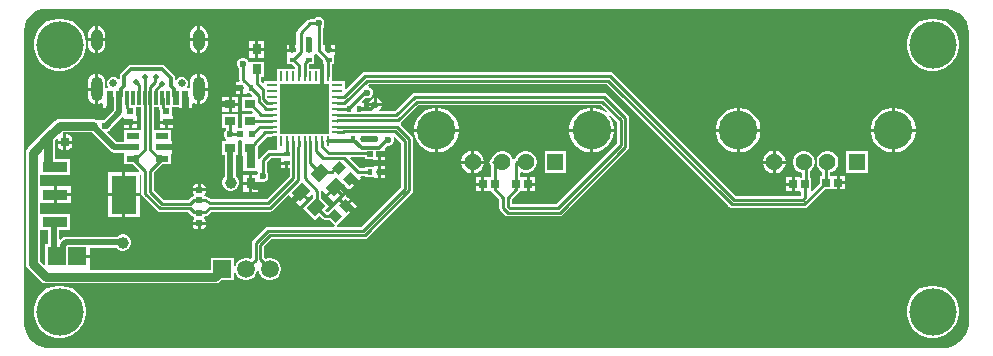
<source format=gtl>
G04*
G04 #@! TF.GenerationSoftware,Altium Limited,Altium Designer,23.5.1 (21)*
G04*
G04 Layer_Physical_Order=1*
G04 Layer_Color=255*
%FSLAX44Y44*%
%MOMM*%
G71*
G04*
G04 #@! TF.SameCoordinates,10AFCB3B-55C8-42C2-B7EA-D5DD10926C34*
G04*
G04*
G04 #@! TF.FilePolarity,Positive*
G04*
G01*
G75*
%ADD13C,0.2540*%
%ADD14R,0.4000X0.5000*%
%ADD15R,0.5153X0.4725*%
%ADD16R,0.6500X0.6500*%
%ADD17R,0.9000X0.2800*%
%ADD18R,0.3000X1.1500*%
%ADD19R,0.6000X1.1500*%
%ADD20R,1.1000X0.6000*%
%ADD21R,0.4750X0.5000*%
%ADD22R,2.1500X0.9500*%
%ADD23R,2.1500X3.2500*%
%ADD24R,1.5781X1.5562*%
G04:AMPARAMS|DCode=25|XSize=0.76mm|YSize=0.6604mm|CornerRadius=0.0825mm|HoleSize=0mm|Usage=FLASHONLY|Rotation=90.000|XOffset=0mm|YOffset=0mm|HoleType=Round|Shape=RoundedRectangle|*
%AMROUNDEDRECTD25*
21,1,0.7600,0.4953,0,0,90.0*
21,1,0.5949,0.6604,0,0,90.0*
1,1,0.1651,0.2477,0.2975*
1,1,0.1651,0.2477,-0.2975*
1,1,0.1651,-0.2477,-0.2975*
1,1,0.1651,-0.2477,0.2975*
%
%ADD25ROUNDEDRECTD25*%
G04:AMPARAMS|DCode=26|XSize=1.3mm|YSize=1.05mm|CornerRadius=0mm|HoleSize=0mm|Usage=FLASHONLY|Rotation=225.000|XOffset=0mm|YOffset=0mm|HoleType=Round|Shape=Rectangle|*
%AMROTATEDRECTD26*
4,1,4,0.0884,0.8309,0.8309,0.0884,-0.0884,-0.8309,-0.8309,-0.0884,0.0884,0.8309,0.0*
%
%ADD26ROTATEDRECTD26*%

%ADD27R,0.5000X0.4000*%
%ADD28R,0.8000X0.9000*%
%ADD29R,3.7000X3.7000*%
%ADD30R,0.2800X0.9000*%
%ADD31R,0.9000X0.8000*%
G04:AMPARAMS|DCode=32|XSize=0.55mm|YSize=0.5mm|CornerRadius=0.0625mm|HoleSize=0mm|Usage=FLASHONLY|Rotation=0.000|XOffset=0mm|YOffset=0mm|HoleType=Round|Shape=RoundedRectangle|*
%AMROUNDEDRECTD32*
21,1,0.5500,0.3750,0,0,0.0*
21,1,0.4250,0.5000,0,0,0.0*
1,1,0.1250,0.2125,-0.1875*
1,1,0.1250,-0.2125,-0.1875*
1,1,0.1250,-0.2125,0.1875*
1,1,0.1250,0.2125,0.1875*
%
%ADD32ROUNDEDRECTD32*%
%ADD33R,0.6000X0.5000*%
G04:AMPARAMS|DCode=34|XSize=0.85mm|YSize=0.75mm|CornerRadius=0mm|HoleSize=0mm|Usage=FLASHONLY|Rotation=315.000|XOffset=0mm|YOffset=0mm|HoleType=Round|Shape=Rectangle|*
%AMROTATEDRECTD34*
4,1,4,-0.5657,0.0354,-0.0354,0.5657,0.5657,-0.0354,0.0354,-0.5657,-0.5657,0.0354,0.0*
%
%ADD34ROTATEDRECTD34*%

%ADD35R,0.5000X0.6000*%
G04:AMPARAMS|DCode=36|XSize=0.85mm|YSize=0.75mm|CornerRadius=0mm|HoleSize=0mm|Usage=FLASHONLY|Rotation=225.000|XOffset=0mm|YOffset=0mm|HoleType=Round|Shape=Rectangle|*
%AMROTATEDRECTD36*
4,1,4,0.0354,0.5657,0.5657,0.0354,-0.0354,-0.5657,-0.5657,-0.0354,0.0354,0.5657,0.0*
%
%ADD36ROTATEDRECTD36*%

%ADD50C,0.6500*%
G04:AMPARAMS|DCode=51|XSize=1mm|YSize=2.1mm|CornerRadius=0.5mm|HoleSize=0mm|Usage=FLASHONLY|Rotation=180.000|XOffset=0mm|YOffset=0mm|HoleType=Round|Shape=RoundedRectangle|*
%AMROUNDEDRECTD51*
21,1,1.0000,1.1000,0,0,180.0*
21,1,0.0000,2.1000,0,0,180.0*
1,1,1.0000,0.0000,0.5500*
1,1,1.0000,0.0000,0.5500*
1,1,1.0000,0.0000,-0.5500*
1,1,1.0000,0.0000,-0.5500*
%
%ADD51ROUNDEDRECTD51*%
G04:AMPARAMS|DCode=52|XSize=1mm|YSize=1.8mm|CornerRadius=0.5mm|HoleSize=0mm|Usage=FLASHONLY|Rotation=180.000|XOffset=0mm|YOffset=0mm|HoleType=Round|Shape=RoundedRectangle|*
%AMROUNDEDRECTD52*
21,1,1.0000,0.8000,0,0,180.0*
21,1,0.0000,1.8000,0,0,180.0*
1,1,1.0000,0.0000,0.4000*
1,1,1.0000,0.0000,0.4000*
1,1,1.0000,0.0000,-0.4000*
1,1,1.0000,0.0000,-0.4000*
%
%ADD52ROUNDEDRECTD52*%
%ADD57C,0.5000*%
%ADD58C,0.3000*%
%ADD59C,0.2794*%
%ADD60C,0.7500*%
%ADD61C,0.6000*%
%ADD62C,0.5080*%
%ADD63C,0.6350*%
%ADD64R,1.4280X1.4280*%
%ADD65C,1.4280*%
%ADD66C,3.2760*%
%ADD67C,1.5000*%
%ADD68R,1.5000X1.5000*%
%ADD69C,4.0000*%
%ADD70C,0.6000*%
%ADD71C,1.0000*%
%ADD72C,0.5000*%
G36*
X974090Y1273810D02*
X976179Y1273770D01*
X980261Y1272876D01*
X984091Y1271204D01*
X987520Y1268816D01*
X990418Y1265805D01*
X992673Y1262287D01*
X994198Y1258396D01*
X994934Y1254283D01*
X994894Y1252194D01*
X994894Y1252194D01*
X994894Y1252194D01*
X994410Y1008380D01*
X994410Y1006254D01*
X993580Y1002082D01*
X991953Y998153D01*
X989590Y994617D01*
X986583Y991610D01*
X983047Y989247D01*
X979118Y987619D01*
X974946Y986790D01*
X972820Y986790D01*
X215900D01*
X213773Y986790D01*
X209602Y987620D01*
X205673Y989247D01*
X202137Y991610D01*
X199130Y994617D01*
X196767Y998153D01*
X195140Y1002082D01*
X194310Y1006254D01*
X194310Y1008380D01*
Y1253490D01*
Y1255491D01*
X195091Y1259417D01*
X196623Y1263115D01*
X198846Y1266443D01*
X201677Y1269273D01*
X205005Y1271497D01*
X208703Y1273029D01*
X212629Y1273810D01*
X214630D01*
X974090Y1273810D01*
D02*
G37*
%LPC*%
G36*
X343672Y1258747D02*
Y1248579D01*
X350007D01*
Y1251309D01*
X349748Y1253278D01*
X348988Y1255112D01*
X347779Y1256687D01*
X346204Y1257895D01*
X344370Y1258655D01*
X343672Y1258747D01*
D02*
G37*
G36*
X257272D02*
Y1248579D01*
X263607D01*
Y1251309D01*
X263348Y1253278D01*
X262588Y1255112D01*
X261379Y1256687D01*
X259804Y1257895D01*
X257970Y1258655D01*
X257272Y1258747D01*
D02*
G37*
G36*
X341132D02*
X340434Y1258655D01*
X338599Y1257895D01*
X337024Y1256687D01*
X335816Y1255112D01*
X335056Y1253278D01*
X334797Y1251309D01*
Y1248579D01*
X341132D01*
Y1258747D01*
D02*
G37*
G36*
X254732D02*
X254034Y1258655D01*
X252199Y1257895D01*
X250624Y1256687D01*
X249416Y1255112D01*
X248656Y1253278D01*
X248397Y1251309D01*
Y1248579D01*
X254732D01*
Y1258747D01*
D02*
G37*
G36*
X398060Y1246360D02*
X392790D01*
Y1240590D01*
X398060D01*
Y1246360D01*
D02*
G37*
G36*
X390250D02*
X384980D01*
Y1240590D01*
X390250D01*
Y1246360D01*
D02*
G37*
G36*
X457520Y1243170D02*
X453750D01*
Y1239900D01*
X457520D01*
Y1243170D01*
D02*
G37*
G36*
X420730D02*
X416960D01*
Y1239900D01*
X420730D01*
Y1243170D01*
D02*
G37*
G36*
X350007Y1246039D02*
X343672D01*
Y1235871D01*
X344370Y1235963D01*
X346204Y1236723D01*
X347779Y1237932D01*
X348988Y1239507D01*
X349748Y1241341D01*
X350007Y1243309D01*
Y1246039D01*
D02*
G37*
G36*
X263607D02*
X257272D01*
Y1235871D01*
X257970Y1235963D01*
X259804Y1236723D01*
X261379Y1237932D01*
X262588Y1239507D01*
X263348Y1241341D01*
X263607Y1243309D01*
Y1246039D01*
D02*
G37*
G36*
X341132D02*
X334797D01*
Y1243309D01*
X335056Y1241341D01*
X335816Y1239507D01*
X337024Y1237932D01*
X338599Y1236723D01*
X340434Y1235963D01*
X341132Y1235871D01*
Y1246039D01*
D02*
G37*
G36*
X254732D02*
X248397D01*
Y1243309D01*
X248656Y1241341D01*
X249416Y1239507D01*
X250624Y1237932D01*
X252199Y1236723D01*
X254034Y1235963D01*
X254732Y1235871D01*
Y1246039D01*
D02*
G37*
G36*
X398060Y1238050D02*
X392790D01*
Y1232280D01*
X398060D01*
Y1238050D01*
D02*
G37*
G36*
X390250D02*
X384980D01*
Y1232280D01*
X390250D01*
Y1238050D01*
D02*
G37*
G36*
X966097Y1265330D02*
X961763D01*
X957513Y1264484D01*
X953509Y1262826D01*
X949906Y1260418D01*
X946842Y1257354D01*
X944434Y1253751D01*
X942775Y1249747D01*
X941930Y1245497D01*
Y1241163D01*
X942775Y1236913D01*
X944434Y1232909D01*
X946842Y1229306D01*
X949906Y1226242D01*
X953509Y1223834D01*
X957513Y1222176D01*
X961763Y1221330D01*
X966097D01*
X970347Y1222176D01*
X974351Y1223834D01*
X977954Y1226242D01*
X981019Y1229306D01*
X983426Y1232909D01*
X985085Y1236913D01*
X985930Y1241163D01*
Y1245497D01*
X985085Y1249747D01*
X983426Y1253751D01*
X981019Y1257354D01*
X977954Y1260418D01*
X974351Y1262826D01*
X970347Y1264484D01*
X966097Y1265330D01*
D02*
G37*
G36*
X226957D02*
X222623D01*
X218373Y1264484D01*
X214369Y1262826D01*
X210766Y1260418D01*
X207701Y1257354D01*
X205294Y1253751D01*
X203636Y1249747D01*
X202790Y1245497D01*
Y1241163D01*
X203636Y1236913D01*
X205294Y1232909D01*
X207701Y1229306D01*
X210766Y1226242D01*
X214369Y1223834D01*
X218373Y1222176D01*
X222623Y1221330D01*
X226957D01*
X231207Y1222176D01*
X235211Y1223834D01*
X238814Y1226242D01*
X241879Y1229306D01*
X244286Y1232909D01*
X245944Y1236913D01*
X246790Y1241163D01*
Y1245497D01*
X245944Y1249747D01*
X244286Y1253751D01*
X241879Y1257354D01*
X238814Y1260418D01*
X235211Y1262826D01*
X231207Y1264484D01*
X226957Y1265330D01*
D02*
G37*
G36*
X445025Y1266220D02*
X443035D01*
X441198Y1265459D01*
X440423Y1264684D01*
X436956D01*
X435631Y1264420D01*
X434507Y1263669D01*
X426333Y1255495D01*
X425582Y1254371D01*
X425318Y1253046D01*
Y1243170D01*
X423270D01*
Y1238630D01*
X422000D01*
Y1237360D01*
X416960D01*
Y1234090D01*
X417500D01*
Y1226630D01*
X421602D01*
X423697Y1224535D01*
Y1222910D01*
X408760D01*
Y1212310D01*
X398160D01*
Y1210558D01*
X396987Y1210072D01*
X394854Y1212205D01*
Y1215820D01*
X397520D01*
Y1228820D01*
X385520D01*
X384501Y1229426D01*
X384329Y1229842D01*
X382922Y1231249D01*
X381085Y1232010D01*
X379095D01*
X377258Y1231249D01*
X375851Y1229842D01*
X375090Y1228005D01*
Y1226015D01*
X375851Y1224178D01*
X376975Y1223054D01*
Y1213511D01*
X377076Y1213000D01*
X376155Y1211730D01*
X374090D01*
Y1207960D01*
X378630D01*
Y1206690D01*
X379900D01*
Y1201650D01*
X383170D01*
Y1202190D01*
X385732D01*
X388028Y1199893D01*
X387542Y1198720D01*
X379550D01*
Y1186720D01*
X387769D01*
X388439Y1185898D01*
X387943Y1184750D01*
X379550D01*
X379550Y1172750D01*
X378458Y1172320D01*
X376642D01*
X375550Y1172750D01*
Y1184750D01*
X362550D01*
Y1172750D01*
X365326D01*
Y1171057D01*
X364421Y1170152D01*
X363660Y1168315D01*
Y1166326D01*
X364421Y1164488D01*
X365749Y1163160D01*
X365715Y1162779D01*
X365385Y1161890D01*
X362550D01*
Y1149890D01*
X364722D01*
Y1131541D01*
X363969Y1130788D01*
X363047Y1129192D01*
X362570Y1127412D01*
Y1125568D01*
X363047Y1123788D01*
X363969Y1122192D01*
X365272Y1120889D01*
X366868Y1119967D01*
X368648Y1119490D01*
X370492D01*
X372272Y1119967D01*
X373868Y1120889D01*
X375171Y1122192D01*
X376093Y1123788D01*
X376570Y1125568D01*
Y1127412D01*
X376093Y1129192D01*
X375171Y1130788D01*
X373898Y1132061D01*
Y1149890D01*
X375550D01*
X375550Y1161890D01*
X376642Y1162320D01*
X378458D01*
X379550Y1161890D01*
X379550Y1161050D01*
Y1149890D01*
X379550D01*
X380440Y1149300D01*
Y1136300D01*
X392273D01*
X393053Y1135284D01*
X392361Y1134592D01*
X391635Y1132840D01*
X387710D01*
Y1127070D01*
X393775D01*
X394250Y1127321D01*
X395605Y1126760D01*
X397595D01*
X399432Y1127521D01*
X400839Y1128928D01*
X401600Y1130766D01*
Y1132755D01*
X400839Y1134592D01*
X399934Y1135497D01*
Y1143769D01*
X403831Y1147666D01*
X410662D01*
X411880Y1147540D01*
Y1144270D01*
X416920D01*
Y1143000D01*
X418190D01*
Y1138460D01*
X419410D01*
Y1131515D01*
X400219Y1112324D01*
X353035D01*
X349791Y1114374D01*
X349524Y1114476D01*
X349286Y1114635D01*
X348922Y1114707D01*
X348576Y1114840D01*
X348291Y1114833D01*
X348181Y1114855D01*
X347830Y1115221D01*
X347344Y1116116D01*
X347508Y1116531D01*
X348119Y1117445D01*
X348364Y1118680D01*
Y1119285D01*
X343012D01*
X337660D01*
Y1118680D01*
X337906Y1117445D01*
X338517Y1116531D01*
X338681Y1116116D01*
X338437Y1115573D01*
X337863Y1114836D01*
X337486Y1114761D01*
X336854Y1114635D01*
X336853Y1114634D01*
X336852Y1114634D01*
X336304Y1114268D01*
X335773Y1113912D01*
X335772Y1113912D01*
X335771Y1113911D01*
X333528Y1111665D01*
X312911D01*
X304441Y1120134D01*
Y1134698D01*
X311336Y1141803D01*
X319041D01*
Y1150763D01*
X319581D01*
Y1155033D01*
X311541D01*
Y1157573D01*
X319581D01*
Y1161843D01*
X319041D01*
Y1170803D01*
X305036D01*
Y1190309D01*
X308598D01*
Y1189898D01*
X308852Y1188622D01*
X309574Y1187541D01*
X309960Y1187155D01*
X309960Y1183456D01*
X309420Y1182410D01*
X309420Y1181824D01*
Y1178640D01*
X320500D01*
Y1182410D01*
X319960Y1183456D01*
X319960Y1190309D01*
X325662D01*
Y1189769D01*
X329932D01*
Y1198059D01*
X332472D01*
Y1189769D01*
X336742D01*
Y1193248D01*
X338012Y1193874D01*
X338599Y1193423D01*
X340434Y1192663D01*
X341132Y1192571D01*
Y1205509D01*
Y1218447D01*
X340434Y1218355D01*
X338599Y1217595D01*
X337024Y1216387D01*
X335816Y1214812D01*
X335056Y1212978D01*
X334797Y1211009D01*
Y1206349D01*
X333026D01*
X332540Y1207523D01*
X332552Y1207535D01*
X333352Y1209465D01*
Y1211553D01*
X332552Y1213483D01*
X331076Y1214960D01*
X329146Y1215759D01*
X327057D01*
X325128Y1214960D01*
X323651Y1213483D01*
X323609Y1213381D01*
X322339Y1213633D01*
Y1215390D01*
X322067Y1216756D01*
X321293Y1217913D01*
X314153Y1225054D01*
X312995Y1225828D01*
X311629Y1226099D01*
X285271D01*
X283905Y1225828D01*
X282747Y1225054D01*
X276740Y1219047D01*
X275966Y1217889D01*
X275695Y1216523D01*
Y1214275D01*
X274425Y1213811D01*
X273276Y1214960D01*
X271346Y1215759D01*
X269258D01*
X267328Y1214960D01*
X265851Y1213483D01*
X265052Y1211553D01*
Y1209465D01*
X265851Y1207535D01*
X265864Y1207523D01*
X265378Y1206349D01*
X263607D01*
Y1211009D01*
X263348Y1212978D01*
X262588Y1214812D01*
X261379Y1216387D01*
X259804Y1217595D01*
X257970Y1218355D01*
X257272Y1218447D01*
Y1205509D01*
Y1192571D01*
X257970Y1192663D01*
X259804Y1193423D01*
X260392Y1193874D01*
X261662Y1193248D01*
Y1189769D01*
X265932D01*
Y1198059D01*
X268472D01*
Y1189769D01*
X270614D01*
Y1187692D01*
X262171Y1179250D01*
X258560D01*
Y1179250D01*
X257290Y1179116D01*
X257060Y1179250D01*
Y1179250D01*
X255900Y1179517D01*
X254928Y1180166D01*
X252685Y1180613D01*
X224790D01*
X222547Y1180166D01*
X220644Y1178895D01*
X211105Y1169355D01*
X211105Y1169355D01*
X197785Y1156036D01*
X196514Y1154134D01*
X196067Y1151890D01*
Y1057910D01*
X196514Y1055667D01*
X197785Y1053764D01*
X208825Y1042723D01*
X210728Y1041453D01*
X212971Y1041006D01*
X356199D01*
X358442Y1041453D01*
X360344Y1042723D01*
X361381Y1043760D01*
X372090D01*
Y1050835D01*
X373360Y1051002D01*
X373737Y1049593D01*
X374988Y1047427D01*
X376757Y1045658D01*
X378923Y1044408D01*
X381339Y1043760D01*
X383841D01*
X386257Y1044408D01*
X388423Y1045658D01*
X390192Y1047427D01*
X391442Y1049593D01*
X391933Y1051422D01*
X393247D01*
X393737Y1049593D01*
X394988Y1047427D01*
X396757Y1045658D01*
X398923Y1044408D01*
X401339Y1043760D01*
X403841D01*
X406257Y1044408D01*
X408423Y1045658D01*
X410192Y1047427D01*
X411443Y1049593D01*
X412090Y1052009D01*
Y1054511D01*
X411443Y1056927D01*
X410192Y1059093D01*
X408423Y1060862D01*
X406257Y1062113D01*
X403841Y1062760D01*
X401339D01*
X398923Y1062113D01*
X398805Y1062044D01*
X397779Y1063070D01*
Y1072514D01*
X403971Y1078706D01*
X482908D01*
X484184Y1078960D01*
X485266Y1079682D01*
X523058Y1117474D01*
X523780Y1118556D01*
X524034Y1119832D01*
Y1163320D01*
X523780Y1164596D01*
X523058Y1165678D01*
X513383Y1175352D01*
X513568Y1176964D01*
X513843Y1177148D01*
X528431Y1191736D01*
X682841D01*
X687801Y1186776D01*
X686991Y1185790D01*
X684122Y1187707D01*
X680679Y1189133D01*
X677023Y1189860D01*
X676430D01*
Y1172210D01*
X694080D01*
Y1172803D01*
X693353Y1176459D01*
X691927Y1179902D01*
X690010Y1182771D01*
X690996Y1183581D01*
X696436Y1178141D01*
Y1159621D01*
X645049Y1108234D01*
X607461D01*
Y1111982D01*
X613792Y1118312D01*
X614429Y1119267D01*
X615644Y1119400D01*
X615644Y1119400D01*
X615644Y1119400D01*
X620164D01*
Y1125190D01*
Y1130980D01*
X615644D01*
X614768Y1131887D01*
Y1134725D01*
X615699Y1135262D01*
X616038Y1135294D01*
X618257Y1134700D01*
X620663D01*
X622988Y1135323D01*
X625072Y1136526D01*
X626774Y1138228D01*
X627977Y1140312D01*
X628600Y1142637D01*
Y1145043D01*
X627977Y1147368D01*
X626774Y1149452D01*
X625072Y1151154D01*
X622988Y1152357D01*
X620663Y1152980D01*
X618257D01*
X615932Y1152357D01*
X613848Y1151154D01*
X612146Y1149452D01*
X610943Y1147368D01*
X610830Y1146945D01*
X610704Y1146920D01*
X609622Y1146198D01*
X609609Y1146184D01*
X608193Y1146564D01*
X607977Y1147368D01*
X606774Y1149452D01*
X605072Y1151154D01*
X602988Y1152357D01*
X600663Y1152980D01*
X598257D01*
X595932Y1152357D01*
X593848Y1151154D01*
X592146Y1149452D01*
X590943Y1147368D01*
X590830Y1146945D01*
X590704Y1146920D01*
X589622Y1146198D01*
X588900Y1145116D01*
X588646Y1143840D01*
X588900Y1142564D01*
X589622Y1141482D01*
X589676Y1141429D01*
Y1131917D01*
X588800Y1131010D01*
X584280D01*
Y1125220D01*
Y1119430D01*
X588800D01*
X588800Y1119430D01*
X590015Y1119297D01*
X590653Y1118343D01*
X596983Y1112012D01*
Y1104810D01*
X597237Y1103534D01*
X597960Y1102452D01*
X601679Y1098733D01*
X602761Y1098010D01*
X604037Y1097756D01*
X648008D01*
X649284Y1098010D01*
X650366Y1098733D01*
X705938Y1154304D01*
X706660Y1155386D01*
X706914Y1156662D01*
Y1181100D01*
X706660Y1182376D01*
X705938Y1183458D01*
X688158Y1201237D01*
X687076Y1201960D01*
X685800Y1202214D01*
X525472D01*
X524196Y1201960D01*
X523114Y1201238D01*
X508526Y1186649D01*
X495778D01*
X495443Y1187513D01*
X495404Y1187919D01*
X496877Y1189392D01*
X497650Y1191260D01*
X486710D01*
X487483Y1189392D01*
X488956Y1187919D01*
X488917Y1187513D01*
X488582Y1186649D01*
X482610D01*
Y1187640D01*
X478070D01*
Y1190180D01*
X482610D01*
Y1193950D01*
X481167D01*
X480681Y1195123D01*
X483511Y1197953D01*
X484145Y1197690D01*
X486135D01*
X487972Y1198451D01*
X489379Y1199858D01*
X490140Y1201695D01*
Y1203685D01*
X489379Y1205522D01*
X487972Y1206929D01*
X486503Y1207537D01*
X486128Y1208636D01*
X486125Y1208960D01*
X486557Y1209516D01*
X687921D01*
X791719Y1105717D01*
X792801Y1104995D01*
X794077Y1104741D01*
X855425D01*
X856701Y1104995D01*
X857783Y1105717D01*
X873305Y1121240D01*
X878050D01*
Y1120700D01*
X882570D01*
Y1126490D01*
Y1132280D01*
X878050D01*
X877174Y1133187D01*
Y1134995D01*
X878398Y1135323D01*
X880482Y1136526D01*
X882184Y1138228D01*
X883387Y1140312D01*
X884010Y1142637D01*
Y1145043D01*
X883387Y1147368D01*
X882184Y1149452D01*
X880482Y1151154D01*
X878398Y1152357D01*
X876073Y1152980D01*
X873667D01*
X871342Y1152357D01*
X869258Y1151154D01*
X867556Y1149452D01*
X866353Y1147368D01*
X865730Y1145043D01*
Y1142637D01*
X866353Y1140312D01*
X867556Y1138228D01*
X869258Y1136526D01*
X870506Y1135806D01*
Y1131740D01*
X868590D01*
Y1125955D01*
X862395Y1119761D01*
X862184Y1119715D01*
X861150Y1120311D01*
X861150Y1121099D01*
Y1130470D01*
X859924D01*
Y1136204D01*
X860482Y1136526D01*
X862184Y1138228D01*
X863387Y1140312D01*
X864010Y1142637D01*
Y1145043D01*
X863387Y1147368D01*
X862184Y1149452D01*
X860482Y1151154D01*
X858398Y1152357D01*
X856073Y1152980D01*
X853667D01*
X851342Y1152357D01*
X849258Y1151154D01*
X847556Y1149452D01*
X846353Y1147368D01*
X845730Y1145043D01*
Y1142637D01*
X846353Y1140312D01*
X847556Y1138228D01*
X849258Y1136526D01*
X851342Y1135323D01*
X853256Y1134810D01*
Y1130470D01*
X851690D01*
Y1131010D01*
X847170D01*
Y1125220D01*
Y1119430D01*
X851690D01*
X852566Y1118523D01*
Y1115319D01*
X852466Y1115219D01*
X797036D01*
X693238Y1219017D01*
X692156Y1219740D01*
X690880Y1219994D01*
X483244D01*
X481968Y1219740D01*
X480886Y1219017D01*
X467430Y1205561D01*
X466160Y1206087D01*
Y1212310D01*
X455560D01*
Y1216090D01*
X455624Y1216410D01*
Y1226630D01*
X456980D01*
Y1234090D01*
X457520D01*
Y1237360D01*
X452480D01*
Y1238630D01*
X451210D01*
Y1243170D01*
X447494D01*
Y1257613D01*
X448269Y1258388D01*
X449030Y1260225D01*
Y1262215D01*
X448269Y1264052D01*
X446862Y1265459D01*
X445025Y1266220D01*
D02*
G37*
G36*
X343672Y1218447D02*
Y1206779D01*
X350007D01*
Y1211009D01*
X349748Y1212978D01*
X348988Y1214812D01*
X347779Y1216387D01*
X346204Y1217595D01*
X344370Y1218355D01*
X343672Y1218447D01*
D02*
G37*
G36*
X254732D02*
X254034Y1218355D01*
X252199Y1217595D01*
X250624Y1216387D01*
X249416Y1214812D01*
X248656Y1212978D01*
X248397Y1211009D01*
Y1206779D01*
X254732D01*
Y1218447D01*
D02*
G37*
G36*
X377360Y1205420D02*
X374090D01*
Y1201650D01*
X377360D01*
Y1205420D01*
D02*
G37*
G36*
X376090Y1199260D02*
X370320D01*
Y1193990D01*
X376090D01*
Y1199260D01*
D02*
G37*
G36*
X367780D02*
X362010D01*
Y1193990D01*
X367780D01*
Y1199260D01*
D02*
G37*
G36*
X493450Y1198000D02*
Y1193800D01*
X497650D01*
X496877Y1195668D01*
X495318Y1197227D01*
X493450Y1198000D01*
D02*
G37*
G36*
X490910D02*
X489042Y1197227D01*
X487483Y1195668D01*
X486710Y1193800D01*
X490910D01*
Y1198000D01*
D02*
G37*
G36*
X350007Y1204239D02*
X343672D01*
Y1192571D01*
X344370Y1192663D01*
X346204Y1193423D01*
X347779Y1194632D01*
X348988Y1196207D01*
X349748Y1198041D01*
X350007Y1200009D01*
Y1204239D01*
D02*
G37*
G36*
X254732D02*
X248397D01*
Y1200009D01*
X248656Y1198041D01*
X249416Y1196207D01*
X250624Y1194632D01*
X252199Y1193423D01*
X254034Y1192663D01*
X254732Y1192571D01*
Y1204239D01*
D02*
G37*
G36*
X376090Y1191450D02*
X370320D01*
Y1186180D01*
X376090D01*
Y1191450D01*
D02*
G37*
G36*
X367780D02*
X362010D01*
Y1186180D01*
X367780D01*
Y1191450D01*
D02*
G37*
G36*
X320500Y1176100D02*
X316230D01*
Y1172330D01*
X320500D01*
Y1176100D01*
D02*
G37*
G36*
X313690D02*
X309420D01*
Y1172330D01*
X313690D01*
Y1176100D01*
D02*
G37*
G36*
X932433Y1189860D02*
X931840D01*
Y1172210D01*
X949490D01*
Y1172803D01*
X948763Y1176459D01*
X947337Y1179902D01*
X945266Y1183001D01*
X942631Y1185636D01*
X939532Y1187707D01*
X936089Y1189133D01*
X932433Y1189860D01*
D02*
G37*
G36*
X801033D02*
X800440D01*
Y1172210D01*
X818090D01*
Y1172803D01*
X817363Y1176459D01*
X815937Y1179902D01*
X813866Y1183001D01*
X811231Y1185636D01*
X808132Y1187707D01*
X804689Y1189133D01*
X801033Y1189860D01*
D02*
G37*
G36*
X545623D02*
X545030D01*
Y1172210D01*
X562680D01*
Y1172803D01*
X561953Y1176459D01*
X560527Y1179902D01*
X558456Y1183001D01*
X555821Y1185636D01*
X552722Y1187707D01*
X549279Y1189133D01*
X545623Y1189860D01*
D02*
G37*
G36*
X797900D02*
X797307D01*
X793651Y1189133D01*
X790208Y1187707D01*
X787109Y1185636D01*
X784474Y1183001D01*
X782403Y1179902D01*
X780977Y1176459D01*
X780250Y1172803D01*
Y1172210D01*
X797900D01*
Y1189860D01*
D02*
G37*
G36*
X673890D02*
X673297D01*
X669641Y1189133D01*
X666198Y1187707D01*
X663099Y1185636D01*
X660464Y1183001D01*
X658393Y1179902D01*
X656967Y1176459D01*
X656240Y1172803D01*
Y1172210D01*
X673890D01*
Y1189860D01*
D02*
G37*
G36*
X542490D02*
X541897D01*
X538241Y1189133D01*
X534798Y1187707D01*
X531699Y1185636D01*
X529064Y1183001D01*
X526993Y1179902D01*
X525567Y1176459D01*
X524840Y1172803D01*
Y1172210D01*
X542490D01*
Y1189860D01*
D02*
G37*
G36*
X929300D02*
X928707D01*
X925051Y1189133D01*
X921608Y1187707D01*
X918509Y1185636D01*
X915874Y1183001D01*
X913803Y1179902D01*
X912377Y1176459D01*
X911650Y1172803D01*
Y1172210D01*
X929300D01*
Y1189860D01*
D02*
G37*
G36*
X949490Y1169670D02*
X931840D01*
Y1152020D01*
X932433D01*
X936089Y1152747D01*
X939532Y1154173D01*
X942631Y1156244D01*
X945266Y1158879D01*
X947337Y1161978D01*
X948763Y1165421D01*
X949490Y1169077D01*
Y1169670D01*
D02*
G37*
G36*
X929300D02*
X911650D01*
Y1169077D01*
X912377Y1165421D01*
X913803Y1161978D01*
X915874Y1158879D01*
X918509Y1156244D01*
X921608Y1154173D01*
X925051Y1152747D01*
X928707Y1152020D01*
X929300D01*
Y1169670D01*
D02*
G37*
G36*
X818090D02*
X800440D01*
Y1152020D01*
X801033D01*
X804689Y1152747D01*
X808132Y1154173D01*
X811231Y1156244D01*
X813866Y1158879D01*
X815937Y1161978D01*
X817363Y1165421D01*
X818090Y1169077D01*
Y1169670D01*
D02*
G37*
G36*
X797900D02*
X780250D01*
Y1169077D01*
X780977Y1165421D01*
X782403Y1161978D01*
X784474Y1158879D01*
X787109Y1156244D01*
X790208Y1154173D01*
X793651Y1152747D01*
X797307Y1152020D01*
X797900D01*
Y1169670D01*
D02*
G37*
G36*
X694080D02*
X676430D01*
Y1152020D01*
X677023D01*
X680679Y1152747D01*
X684122Y1154173D01*
X687221Y1156244D01*
X689856Y1158879D01*
X691927Y1161978D01*
X693353Y1165421D01*
X694080Y1169077D01*
Y1169670D01*
D02*
G37*
G36*
X673890D02*
X656240D01*
Y1169077D01*
X656967Y1165421D01*
X658393Y1161978D01*
X660464Y1158879D01*
X663099Y1156244D01*
X666198Y1154173D01*
X669641Y1152747D01*
X673297Y1152020D01*
X673890D01*
Y1169670D01*
D02*
G37*
G36*
X562680D02*
X545030D01*
Y1152020D01*
X545623D01*
X549279Y1152747D01*
X552722Y1154173D01*
X555821Y1156244D01*
X558456Y1158879D01*
X560527Y1161978D01*
X561953Y1165421D01*
X562680Y1169077D01*
Y1169670D01*
D02*
G37*
G36*
X542490D02*
X524840D01*
Y1169077D01*
X525567Y1165421D01*
X526993Y1161978D01*
X529064Y1158879D01*
X531699Y1156244D01*
X534798Y1154173D01*
X538241Y1152747D01*
X541897Y1152020D01*
X542490D01*
Y1169670D01*
D02*
G37*
G36*
X831144Y1153520D02*
X831140D01*
Y1145110D01*
X839550D01*
Y1145114D01*
X838890Y1147576D01*
X837616Y1149784D01*
X835814Y1151586D01*
X833606Y1152860D01*
X831144Y1153520D01*
D02*
G37*
G36*
X575734D02*
X575730D01*
Y1145110D01*
X584140D01*
Y1145114D01*
X583480Y1147576D01*
X582206Y1149784D01*
X580404Y1151586D01*
X578196Y1152860D01*
X575734Y1153520D01*
D02*
G37*
G36*
X828600D02*
X828596D01*
X826134Y1152860D01*
X823926Y1151586D01*
X822124Y1149784D01*
X820850Y1147576D01*
X820190Y1145114D01*
Y1145110D01*
X828600D01*
Y1153520D01*
D02*
G37*
G36*
X573190D02*
X573186D01*
X570724Y1152860D01*
X568516Y1151586D01*
X566714Y1149784D01*
X565440Y1147576D01*
X564780Y1145114D01*
Y1145110D01*
X573190D01*
Y1153520D01*
D02*
G37*
G36*
X415650Y1141730D02*
X411880D01*
Y1138460D01*
X415650D01*
Y1141730D01*
D02*
G37*
G36*
X909010Y1152980D02*
X890730D01*
Y1134700D01*
X909010D01*
Y1152980D01*
D02*
G37*
G36*
X653600D02*
X635320D01*
Y1134700D01*
X653600D01*
Y1152980D01*
D02*
G37*
G36*
X839550Y1142570D02*
X831140D01*
Y1134160D01*
X831144D01*
X833606Y1134820D01*
X835814Y1136094D01*
X837616Y1137896D01*
X838890Y1140104D01*
X839550Y1142566D01*
Y1142570D01*
D02*
G37*
G36*
X828600D02*
X820190D01*
Y1142566D01*
X820850Y1140104D01*
X822124Y1137896D01*
X823926Y1136094D01*
X826134Y1134820D01*
X828596Y1134160D01*
X828600D01*
Y1142570D01*
D02*
G37*
G36*
X584140D02*
X575730D01*
Y1134160D01*
X575734D01*
X578196Y1134820D01*
X580404Y1136094D01*
X582206Y1137896D01*
X583480Y1140104D01*
X584140Y1142566D01*
Y1142570D01*
D02*
G37*
G36*
X573190D02*
X564780D01*
Y1142566D01*
X565440Y1140104D01*
X566714Y1137896D01*
X568516Y1136094D01*
X570724Y1134820D01*
X573186Y1134160D01*
X573190D01*
Y1142570D01*
D02*
G37*
G36*
X885110Y1132280D02*
Y1127760D01*
X889630D01*
Y1132280D01*
X885110D01*
D02*
G37*
G36*
X385170Y1132840D02*
X379900D01*
Y1127070D01*
X385170D01*
Y1132840D01*
D02*
G37*
G36*
X844630Y1131010D02*
X840110D01*
Y1126490D01*
X844630D01*
Y1131010D01*
D02*
G37*
G36*
X581740D02*
X577220D01*
Y1126490D01*
X581740D01*
Y1131010D01*
D02*
G37*
G36*
X622704Y1130980D02*
Y1126460D01*
X627224D01*
Y1130980D01*
X622704D01*
D02*
G37*
G36*
X345137Y1125657D02*
X344282D01*
Y1121825D01*
X348364D01*
Y1122430D01*
X348119Y1123665D01*
X347419Y1124712D01*
X346372Y1125411D01*
X345137Y1125657D01*
D02*
G37*
G36*
X341742D02*
X340887D01*
X339652Y1125411D01*
X338606Y1124712D01*
X337906Y1123665D01*
X337660Y1122430D01*
Y1121825D01*
X341742D01*
Y1125657D01*
D02*
G37*
G36*
X889630Y1125220D02*
X885110D01*
Y1120700D01*
X889630D01*
Y1125220D01*
D02*
G37*
G36*
X581740Y1123950D02*
X577220D01*
Y1119430D01*
X581740D01*
Y1123950D01*
D02*
G37*
G36*
X844630D02*
X840110D01*
Y1119430D01*
X844630D01*
Y1123950D01*
D02*
G37*
G36*
X627224Y1123920D02*
X622704D01*
Y1119400D01*
X627224D01*
Y1123920D01*
D02*
G37*
G36*
X392980Y1124530D02*
X387710D01*
Y1118760D01*
X392980D01*
Y1124530D01*
D02*
G37*
G36*
X385170D02*
X379900D01*
Y1118760D01*
X385170D01*
Y1124530D01*
D02*
G37*
G36*
X966097Y1039270D02*
X961763D01*
X957513Y1038425D01*
X953509Y1036766D01*
X949906Y1034359D01*
X946842Y1031294D01*
X944434Y1027691D01*
X942775Y1023687D01*
X941930Y1019437D01*
Y1015103D01*
X942775Y1010853D01*
X944434Y1006849D01*
X946842Y1003246D01*
X949906Y1000182D01*
X953509Y997774D01*
X957513Y996115D01*
X961763Y995270D01*
X966097D01*
X970347Y996115D01*
X974351Y997774D01*
X977954Y1000182D01*
X981019Y1003246D01*
X983426Y1006849D01*
X985085Y1010853D01*
X985930Y1015103D01*
Y1019437D01*
X985085Y1023687D01*
X983426Y1027691D01*
X981019Y1031294D01*
X977954Y1034359D01*
X974351Y1036766D01*
X970347Y1038425D01*
X966097Y1039270D01*
D02*
G37*
G36*
X226957D02*
X222623D01*
X218373Y1038425D01*
X214369Y1036766D01*
X210766Y1034359D01*
X207701Y1031294D01*
X205294Y1027691D01*
X203636Y1023687D01*
X202790Y1019437D01*
Y1015103D01*
X203636Y1010853D01*
X205294Y1006849D01*
X207701Y1003246D01*
X210766Y1000182D01*
X214369Y997774D01*
X218373Y996115D01*
X222623Y995270D01*
X226957D01*
X231207Y996115D01*
X235211Y997774D01*
X238814Y1000182D01*
X241879Y1003246D01*
X244286Y1006849D01*
X245944Y1010853D01*
X246790Y1015103D01*
Y1019437D01*
X245944Y1023687D01*
X244286Y1027691D01*
X241879Y1031294D01*
X238814Y1034359D01*
X235211Y1036766D01*
X231207Y1038425D01*
X226957Y1039270D01*
D02*
G37*
%LPD*%
G36*
X293368Y1170803D02*
X279041D01*
Y1160891D01*
X273033D01*
X264944Y1168980D01*
X265470Y1170250D01*
X267310D01*
Y1171443D01*
X267404Y1171506D01*
X277670Y1181771D01*
X278940Y1181245D01*
Y1178640D01*
X290020D01*
Y1182410D01*
X289480Y1183456D01*
X289480Y1190309D01*
X293368D01*
Y1170803D01*
D02*
G37*
G36*
X447980Y1229732D02*
Y1226630D01*
X448697D01*
Y1216410D01*
X448760Y1216090D01*
Y1209910D01*
X453160D01*
Y1200510D01*
Y1190510D01*
Y1180510D01*
Y1167910D01*
X411160D01*
Y1180510D01*
Y1190510D01*
Y1200510D01*
Y1209910D01*
X445560D01*
Y1222910D01*
X435494D01*
Y1225939D01*
X436185Y1226630D01*
X440470D01*
Y1234090D01*
X441010D01*
Y1234906D01*
X442280Y1235432D01*
X447980Y1229732D01*
D02*
G37*
G36*
X267888Y1153058D02*
X269377Y1152064D01*
X271132Y1151714D01*
X279041D01*
Y1141803D01*
X286826D01*
X292238Y1136390D01*
X291712Y1135120D01*
X291588Y1135120D01*
X291588Y1135120D01*
X291528Y1135120D01*
X280460D01*
Y1117600D01*
X292480D01*
Y1133055D01*
X293750Y1133734D01*
X293963Y1133592D01*
Y1117175D01*
X294217Y1115899D01*
X294939Y1114818D01*
X307594Y1102163D01*
X308675Y1101440D01*
X309951Y1101186D01*
X333529D01*
X335776Y1098939D01*
X336858Y1098216D01*
X338092Y1097970D01*
X338295Y1097707D01*
X338833Y1096854D01*
X338485Y1095974D01*
X337874Y1095060D01*
X337628Y1093825D01*
Y1093220D01*
X348332D01*
Y1093825D01*
X348086Y1095060D01*
X347475Y1095974D01*
X347236Y1096579D01*
X347991Y1097759D01*
X348043Y1097789D01*
X349282Y1098036D01*
X350364Y1098758D01*
X353451Y1101846D01*
X403178D01*
X404454Y1102100D01*
X405536Y1102822D01*
X418793Y1116079D01*
X421981Y1112891D01*
X428373Y1119284D01*
X429271Y1118385D01*
X430169Y1119284D01*
X435677Y1113775D01*
X437892Y1115990D01*
X439066Y1115504D01*
Y1113684D01*
X430508Y1105127D01*
X440762Y1094874D01*
X444323Y1098436D01*
X446723Y1096035D01*
X447847Y1095284D01*
X449172Y1095021D01*
X453199D01*
X457765Y1090454D01*
X457239Y1089184D01*
X401012D01*
X399736Y1088930D01*
X398654Y1088207D01*
X388278Y1077831D01*
X387555Y1076749D01*
X387301Y1075473D01*
Y1062895D01*
X386273Y1062103D01*
X386257Y1062113D01*
X383841Y1062760D01*
X381339D01*
X378923Y1062113D01*
X376757Y1060862D01*
X374988Y1059093D01*
X373737Y1056927D01*
X373360Y1055518D01*
X372090Y1055685D01*
Y1062760D01*
X353090D01*
Y1052732D01*
X250362D01*
X250211Y1053939D01*
X250211D01*
Y1062990D01*
X239781D01*
Y1065530D01*
X250211D01*
Y1071222D01*
X272698D01*
X273832Y1070089D01*
X275428Y1069167D01*
X277208Y1068690D01*
X279052D01*
X280832Y1069167D01*
X282428Y1070089D01*
X283731Y1071392D01*
X284653Y1072988D01*
X285130Y1074768D01*
Y1076612D01*
X284653Y1078392D01*
X283731Y1079988D01*
X282428Y1081291D01*
X280832Y1082213D01*
X279052Y1082690D01*
X277208D01*
X275428Y1082213D01*
X273832Y1081291D01*
X273020Y1080480D01*
X230312D01*
X230312Y1080480D01*
X228541Y1080128D01*
X227039Y1079124D01*
X227039Y1079124D01*
X225762Y1077847D01*
X224588Y1078333D01*
Y1086580D01*
X233940D01*
Y1100080D01*
X208440D01*
X207793Y1101082D01*
Y1107814D01*
X207900Y1109040D01*
X209063Y1109040D01*
X219920D01*
Y1116330D01*
Y1123620D01*
X209063D01*
X207900Y1123620D01*
X207793Y1124846D01*
Y1131578D01*
X208440Y1132580D01*
X233940D01*
Y1146080D01*
X221113D01*
Y1160282D01*
X221063Y1160531D01*
X221113Y1160780D01*
Y1162782D01*
X222072Y1163741D01*
X223342Y1163215D01*
Y1162050D01*
X227980D01*
Y1167875D01*
X227679Y1168456D01*
X227983Y1168887D01*
X252059D01*
X267888Y1153058D01*
D02*
G37*
G36*
X513556Y1160361D02*
Y1122791D01*
X479949Y1089184D01*
X459909D01*
X459383Y1090454D01*
X466133Y1097204D01*
X466291Y1097362D01*
X467413Y1097720D01*
X467828Y1098135D01*
X470963Y1101270D01*
X466161Y1106071D01*
X461360Y1110873D01*
X458225Y1107738D01*
X457810Y1107323D01*
X457453Y1106201D01*
X453199Y1101948D01*
X450607D01*
X449221Y1103334D01*
X452782Y1106895D01*
X445993Y1113684D01*
Y1119571D01*
X445983Y1119620D01*
X447154Y1120246D01*
X450619Y1116780D01*
X457011Y1123173D01*
X457909Y1122275D01*
X458807Y1123173D01*
X464315Y1117664D01*
X468624Y1121973D01*
X470156Y1120442D01*
X474059Y1124345D01*
X469611Y1128793D01*
X471407Y1130589D01*
X475855Y1126141D01*
X479758Y1130044D01*
X479059Y1130743D01*
X479545Y1131917D01*
X483490D01*
Y1130880D01*
X490950D01*
Y1130340D01*
X494220D01*
Y1135380D01*
Y1140420D01*
X490950D01*
Y1139880D01*
X483490D01*
Y1138844D01*
X478955D01*
X470846Y1146952D01*
X471332Y1148125D01*
X483128D01*
Y1146258D01*
X490159D01*
Y1145718D01*
X494006D01*
Y1150620D01*
X495276D01*
Y1151890D01*
X500392D01*
Y1155522D01*
X500392Y1155522D01*
X500392D01*
X501076Y1156479D01*
X502155Y1157558D01*
X503915D01*
X505752Y1158319D01*
X507159Y1159726D01*
X507920Y1161564D01*
Y1163553D01*
X507462Y1164659D01*
X508538Y1165378D01*
X513556Y1160361D01*
D02*
G37*
G36*
X408760Y1154910D02*
X407729Y1154334D01*
X402450D01*
X401174Y1154080D01*
X400093Y1153358D01*
X394243Y1147507D01*
X393710Y1146711D01*
X392440Y1147012D01*
Y1149300D01*
X392440D01*
X392550Y1149890D01*
X392550Y1149890D01*
X392550Y1150524D01*
Y1157492D01*
X400502Y1165443D01*
X404657D01*
X404991Y1165510D01*
X408760D01*
Y1154910D01*
D02*
G37*
G36*
X215330Y1074041D02*
X212609D01*
Y1057181D01*
X211436Y1056695D01*
X207793Y1060338D01*
Y1085578D01*
X208440Y1086580D01*
X215330D01*
Y1074041D01*
D02*
G37*
%LPC*%
G36*
X290020Y1176100D02*
X285750D01*
Y1172330D01*
X290020D01*
Y1176100D01*
D02*
G37*
G36*
X283210D02*
X278940D01*
Y1172330D01*
X283210D01*
Y1176100D01*
D02*
G37*
G36*
X231726Y1167186D02*
X230520D01*
Y1162050D01*
X235158D01*
Y1163755D01*
X234897Y1165068D01*
X234153Y1166181D01*
X233040Y1166925D01*
X231726Y1167186D01*
D02*
G37*
G36*
X235158Y1159510D02*
X230520D01*
Y1154374D01*
X231726D01*
X233040Y1154635D01*
X234153Y1155379D01*
X234897Y1156492D01*
X235158Y1157805D01*
Y1159510D01*
D02*
G37*
G36*
X227980D02*
X223342D01*
Y1157805D01*
X223603Y1156492D01*
X224347Y1155379D01*
X225460Y1154635D01*
X226773Y1154374D01*
X227980D01*
Y1159510D01*
D02*
G37*
G36*
X277920Y1135120D02*
X265900D01*
Y1117600D01*
X277920D01*
Y1135120D01*
D02*
G37*
G36*
X222460Y1123620D02*
Y1117600D01*
X234480D01*
Y1123620D01*
X222460D01*
D02*
G37*
G36*
X234480Y1115060D02*
X222460D01*
Y1109040D01*
X234480D01*
Y1115060D01*
D02*
G37*
G36*
X429271Y1116589D02*
X423777Y1111095D01*
X428387Y1106485D01*
X433881Y1111979D01*
X429271Y1116589D01*
D02*
G37*
G36*
X292480Y1115060D02*
X280460D01*
Y1097540D01*
X292480D01*
Y1115060D01*
D02*
G37*
G36*
X277920D02*
X265900D01*
Y1097540D01*
X277920D01*
Y1115060D01*
D02*
G37*
G36*
X348332Y1090680D02*
X344250D01*
Y1086848D01*
X345105D01*
X346340Y1087094D01*
X347387Y1087793D01*
X348086Y1088840D01*
X348332Y1090075D01*
Y1090680D01*
D02*
G37*
G36*
X341710D02*
X337628D01*
Y1090075D01*
X337874Y1088840D01*
X338573Y1087793D01*
X339620Y1087094D01*
X340855Y1086848D01*
X341710D01*
Y1090680D01*
D02*
G37*
G36*
X500392Y1149350D02*
X496546D01*
Y1145718D01*
X500392D01*
Y1149350D01*
D02*
G37*
G36*
X500030Y1140420D02*
X496760D01*
Y1136650D01*
X500030D01*
Y1140420D01*
D02*
G37*
G36*
Y1134110D02*
X496760D01*
Y1130340D01*
X500030D01*
Y1134110D01*
D02*
G37*
G36*
X457909Y1120479D02*
X452415Y1114984D01*
X457025Y1110374D01*
X462519Y1115868D01*
X457909Y1120479D01*
D02*
G37*
G36*
X466706Y1116218D02*
X463156Y1112669D01*
X467059Y1108765D01*
X470609Y1112315D01*
X466706Y1116218D01*
D02*
G37*
G36*
X472405Y1110519D02*
X468855Y1106970D01*
X472759Y1103066D01*
X476308Y1106616D01*
X472405Y1110519D01*
D02*
G37*
%LPD*%
D13*
X464282Y1169040D02*
X465342Y1170100D01*
X508531D01*
X516890Y1161742D01*
X510110Y1173910D02*
X520700Y1163320D01*
X459660Y1173910D02*
X510110D01*
X486865Y1151459D02*
X487704Y1150620D01*
X452619Y1151459D02*
X486865D01*
X459660Y1168910D02*
X459790Y1169040D01*
X464282D01*
X447290Y1156788D02*
X452619Y1151459D01*
X458163Y1138529D02*
X461671D01*
X455167Y1135533D02*
X458163Y1138529D01*
X446418Y1135533D02*
X455167D01*
X445535Y1134649D02*
X446418Y1135533D01*
X437160Y1143024D02*
Y1161410D01*
Y1143024D02*
X445535Y1134649D01*
Y1134649D02*
Y1134649D01*
X511485Y1179505D02*
X527050Y1195070D01*
X466078Y1179040D02*
X466543Y1179505D01*
X466543Y1183315D02*
X509907D01*
X466543Y1179505D02*
X511485D01*
X509907Y1183315D02*
X525472Y1198880D01*
X466078Y1183780D02*
X466543Y1183315D01*
X459790Y1183780D02*
X466078D01*
X459660Y1178910D02*
X459790Y1179040D01*
X466078D01*
X459660Y1183910D02*
X459790Y1183780D01*
X447160Y1161410D02*
X447290Y1161280D01*
Y1156788D02*
Y1161280D01*
X525472Y1198880D02*
X685800D01*
X527050Y1195070D02*
X684222D01*
X516890Y1121410D02*
Y1161742D01*
X520700Y1119832D02*
Y1163320D01*
X482908Y1082040D02*
X520700Y1119832D01*
X481330Y1085850D02*
X516890Y1121410D01*
X648008Y1101090D02*
X703580Y1156662D01*
X604037Y1101090D02*
X648008D01*
X703580Y1156662D02*
Y1181100D01*
X699770Y1158240D02*
Y1179522D01*
X605615Y1104900D02*
X646430D01*
X699770Y1158240D01*
X684222Y1195070D02*
X699770Y1179522D01*
X685800Y1198880D02*
X703580Y1181100D01*
X301702Y1153950D02*
Y1198059D01*
X301107Y1118753D02*
Y1136050D01*
Y1118753D02*
X311530Y1108330D01*
X301107Y1136050D02*
X311541Y1146800D01*
X286541Y1146803D02*
X297297Y1136046D01*
Y1117175D02*
X309951Y1104520D01*
X297297Y1117175D02*
Y1136046D01*
X338130Y1111555D02*
X343012D01*
X311530Y1108330D02*
X334910D01*
X352070Y1108990D02*
X401600D01*
X343012Y1111555D02*
X348010D01*
X352070Y1108990D01*
Y1105180D02*
X403178D01*
X343146Y1101116D02*
X348006D01*
X342980Y1100950D02*
X343146Y1101116D01*
X348006D02*
X352070Y1105180D01*
X690880Y1216660D02*
X795655Y1111885D01*
X465494Y1198910D02*
X483244Y1216660D01*
X690880D01*
X467072Y1195100D02*
X484822Y1212850D01*
X689302D02*
X794077Y1108075D01*
X484822Y1212850D02*
X689302D01*
X853847Y1111885D02*
X855900Y1113938D01*
Y1125220D01*
X795655Y1111885D02*
X853847D01*
X794077Y1108075D02*
X855425D01*
X873840Y1126490D01*
X856590Y1125220D02*
Y1142120D01*
X873840Y1126490D02*
Y1142810D01*
X600317Y1104810D02*
Y1113393D01*
X604127Y1106388D02*
Y1113363D01*
Y1106388D02*
X605615Y1104900D01*
X600317Y1104810D02*
X604037Y1101090D01*
X390635Y1075473D02*
X401012Y1085850D01*
X382590Y1053260D02*
X390635Y1061305D01*
Y1075473D01*
X394445Y1061689D02*
Y1073895D01*
Y1061689D02*
X402590Y1053544D01*
X394445Y1073895D02*
X402590Y1082040D01*
Y1053260D02*
Y1053544D01*
X401012Y1085850D02*
X481330D01*
X402590Y1082040D02*
X482908D01*
X459790Y1194040D02*
X465948D01*
X459660Y1193910D02*
X459790Y1194040D01*
X459660Y1198910D02*
X465494D01*
X465948Y1194040D02*
X467008Y1195100D01*
X467072D01*
X415542Y1151000D02*
X417160Y1152618D01*
X422160Y1161410D02*
X422290Y1161280D01*
Y1155510D02*
Y1161280D01*
Y1155510D02*
X422744Y1155056D01*
Y1130134D02*
Y1155056D01*
X401600Y1108990D02*
X422744Y1130134D01*
X334910Y1108330D02*
X338130Y1111555D01*
X305505Y1211579D02*
Y1215520D01*
X306887Y1148533D02*
X309811D01*
X305505Y1215520D02*
X305976Y1215991D01*
X309811Y1148533D02*
X311541Y1146803D01*
X301702Y1207776D02*
X305505Y1211579D01*
X289352Y1211207D02*
X291702Y1208857D01*
X289352Y1211207D02*
Y1211575D01*
X301702Y1153950D02*
X306887Y1148530D01*
X301702Y1198059D02*
Y1207776D01*
X291702Y1198059D02*
Y1208857D01*
X427030Y1161280D02*
X427160Y1161410D01*
X427030Y1157176D02*
Y1161280D01*
X426554Y1128556D02*
Y1156700D01*
X427030Y1157176D01*
X403178Y1105180D02*
X426554Y1128556D01*
X334910Y1104520D02*
X338134Y1101296D01*
X309951Y1104520D02*
X334910D01*
X342634Y1101296D02*
X342980Y1100950D01*
X338134Y1101296D02*
X342634D01*
X311230Y1210233D02*
X311766D01*
X306702Y1205705D02*
X311230Y1210233D01*
X306702Y1198059D02*
Y1205705D01*
X296680Y1215525D02*
X296702Y1215503D01*
Y1198294D02*
Y1215503D01*
Y1153952D02*
Y1198059D01*
X291283Y1148533D02*
X296702Y1153952D01*
X286541Y1146803D02*
X288271Y1148533D01*
X291283D01*
X402450Y1151000D02*
X415542D01*
X396600Y1145150D02*
X402450Y1151000D01*
X396600Y1131760D02*
Y1145150D01*
X611434Y1143294D02*
X611980Y1143840D01*
X611434Y1125190D02*
Y1143294D01*
X591980Y1143840D02*
X593010Y1142810D01*
Y1125220D02*
Y1142810D01*
X604127Y1113363D02*
X611434Y1120670D01*
Y1125190D01*
X593010Y1120700D02*
X600317Y1113393D01*
X593010Y1120700D02*
Y1125220D01*
X873840Y1142810D02*
X874870Y1143840D01*
X854870D02*
X856590Y1142120D01*
X281932Y1189771D02*
Y1197829D01*
X314460Y1187370D02*
X314960D01*
X311932Y1189898D02*
Y1197829D01*
Y1189898D02*
X314460Y1187370D01*
X311702Y1198059D02*
X311932Y1197829D01*
X284425Y1187279D02*
X284925D01*
X281932Y1189771D02*
X284425Y1187279D01*
X281702Y1198059D02*
X281932Y1197829D01*
X417160Y1152618D02*
Y1161410D01*
X397154Y1196924D02*
X400038Y1194040D01*
X397154Y1196924D02*
Y1205190D01*
X391520Y1210824D02*
X397154Y1205190D01*
X400038Y1194040D02*
X404530D01*
X386050Y1192720D02*
X386550D01*
X395360Y1183910D01*
X404530Y1194040D02*
X404660Y1193910D01*
X368660Y1167320D02*
Y1178360D01*
Y1167320D02*
X377630D01*
X368660Y1178360D02*
X369050Y1178750D01*
X386630Y1206690D02*
Y1207190D01*
X380309Y1213511D02*
X386630Y1207190D01*
X380309Y1213511D02*
Y1226791D01*
X380090Y1227010D02*
X380309Y1226791D01*
X391520Y1210824D02*
Y1222320D01*
X386050Y1178750D02*
X386210Y1178910D01*
X395360Y1183910D02*
X404660D01*
X432160Y1227320D02*
X435470Y1230630D01*
X435970D01*
X432160Y1216410D02*
Y1227320D01*
D14*
X481520Y1163320D02*
D03*
X473520D02*
D03*
X378630Y1206690D02*
D03*
X386630D02*
D03*
X487490Y1135380D02*
D03*
X495490D02*
D03*
X478070Y1188910D02*
D03*
X470070D02*
D03*
D15*
X495276Y1150620D02*
D03*
X487704D02*
D03*
D16*
X855900Y1125220D02*
D03*
X873840Y1126490D02*
D03*
X611434Y1125190D02*
D03*
X621434D02*
D03*
X845900Y1125220D02*
D03*
X883840Y1126490D02*
D03*
X593010Y1125220D02*
D03*
X583010D02*
D03*
D17*
X459660Y1178910D02*
D03*
Y1183910D02*
D03*
Y1193910D02*
D03*
Y1198910D02*
D03*
Y1168910D02*
D03*
Y1173910D02*
D03*
X404660Y1168910D02*
D03*
Y1173910D02*
D03*
Y1178910D02*
D03*
Y1183910D02*
D03*
Y1188910D02*
D03*
Y1193910D02*
D03*
Y1198910D02*
D03*
Y1203910D02*
D03*
Y1208910D02*
D03*
X459660D02*
D03*
Y1203910D02*
D03*
Y1188910D02*
D03*
D18*
X311702Y1198059D02*
D03*
X316702D02*
D03*
X306702D02*
D03*
X291702D02*
D03*
X286702D02*
D03*
X281702D02*
D03*
X301702D02*
D03*
X296702D02*
D03*
D19*
X331202D02*
D03*
X323202D02*
D03*
X267202D02*
D03*
X275202D02*
D03*
D20*
X286541Y1156303D02*
D03*
Y1165803D02*
D03*
X311541D02*
D03*
Y1156303D02*
D03*
Y1146803D02*
D03*
X286541D02*
D03*
D21*
X252685Y1174750D02*
D03*
X262935D02*
D03*
D22*
X221190Y1139330D02*
D03*
Y1116330D02*
D03*
Y1093330D02*
D03*
D23*
X279190Y1116330D02*
D03*
D24*
X222499Y1064260D02*
D03*
X239781D02*
D03*
D25*
X229250Y1160780D02*
D03*
X215250D02*
D03*
D26*
X457909Y1122275D02*
D03*
X441645Y1106011D02*
D03*
X429271Y1118385D02*
D03*
X445535Y1134649D02*
D03*
D27*
X452480Y1238630D02*
D03*
Y1230630D02*
D03*
X416920Y1143000D02*
D03*
Y1151000D02*
D03*
X435970Y1230630D02*
D03*
Y1238630D02*
D03*
X422000D02*
D03*
Y1230630D02*
D03*
D28*
X391520Y1239320D02*
D03*
Y1222320D02*
D03*
X386440Y1125800D02*
D03*
Y1142800D02*
D03*
D29*
X432160Y1188910D02*
D03*
D30*
X452160Y1161410D02*
D03*
X447160D02*
D03*
X442160D02*
D03*
X437160D02*
D03*
X432160D02*
D03*
X427160D02*
D03*
X422160D02*
D03*
X417160D02*
D03*
X412160D02*
D03*
Y1216410D02*
D03*
X417160D02*
D03*
X422160D02*
D03*
X427160D02*
D03*
X432160D02*
D03*
X437160D02*
D03*
X442160D02*
D03*
X447160D02*
D03*
X452160D02*
D03*
D31*
X369050Y1192720D02*
D03*
X386050D02*
D03*
Y1155890D02*
D03*
X369050D02*
D03*
X386050Y1178750D02*
D03*
X369050D02*
D03*
D32*
X342980Y1091950D02*
D03*
Y1100950D02*
D03*
X343012Y1111555D02*
D03*
Y1120555D02*
D03*
D33*
X314960Y1187370D02*
D03*
Y1177370D02*
D03*
X284480Y1187370D02*
D03*
Y1177370D02*
D03*
D34*
X458221Y1098131D02*
D03*
X467059Y1106970D02*
D03*
D35*
X387630Y1167320D02*
D03*
X377630D02*
D03*
D36*
X461671Y1138529D02*
D03*
X470509Y1129691D02*
D03*
D50*
X270302Y1210509D02*
D03*
X328102D02*
D03*
D51*
X256002Y1205509D02*
D03*
X342402D02*
D03*
D52*
X256002Y1247309D02*
D03*
X342402D02*
D03*
D57*
X491460Y1163320D02*
X491490Y1163290D01*
X481520Y1163320D02*
X491460D01*
X495490Y1135380D02*
X509270D01*
X495276Y1150620D02*
X509270D01*
X429001Y1117611D02*
X429271D01*
X470780Y1115060D02*
X476250D01*
X462682Y1123158D02*
X470780Y1115060D01*
X470645Y1129826D02*
X470863Y1130044D01*
X472631D01*
X478534Y1124141D01*
X484949D01*
X485140Y1123950D01*
X467059Y1106970D02*
X468827D01*
X473245Y1102551D01*
X477329D01*
X477520Y1102360D01*
X315460Y1177370D02*
X326310D01*
X458207Y1122573D02*
X458793Y1123158D01*
X462682D01*
X419100Y1107711D02*
X429001Y1117611D01*
X419100Y1107440D02*
Y1107711D01*
X311599Y1156244D02*
X324143D01*
X215250Y1160282D02*
Y1160780D01*
X386440Y1125300D02*
Y1125800D01*
Y1125300D02*
X389043Y1122697D01*
X389543D01*
X389553Y1122687D01*
X397517D01*
X326310Y1177370D02*
X326390Y1177290D01*
X275661Y1174610D02*
X278421Y1177370D01*
X283980D01*
X275390Y1174610D02*
X275661D01*
X262935Y1174750D02*
X264160D01*
X275202Y1185792D02*
Y1198059D01*
X264160Y1174750D02*
X275202Y1185792D01*
X358235Y1192625D02*
X368955D01*
X369665Y1206595D02*
X378535D01*
X421848Y1238782D02*
Y1246994D01*
X435719Y1247031D02*
X435910Y1246840D01*
Y1238690D02*
Y1246840D01*
Y1238690D02*
X435970Y1238630D01*
X452311Y1238799D02*
X452480Y1238630D01*
X452311Y1238799D02*
Y1246949D01*
X452120Y1247140D02*
X452311Y1246949D01*
X271132Y1156303D02*
X286541D01*
X252685Y1174750D02*
X271132Y1156303D01*
X369050Y1155890D02*
X369310Y1155630D01*
Y1126750D02*
Y1155630D01*
Y1126750D02*
X369570Y1126490D01*
D58*
X495440Y1155890D02*
X502108Y1162558D01*
X473520Y1162820D02*
X480450Y1155890D01*
X495440D01*
X502108Y1162558D02*
X502920D01*
X452160Y1161410D02*
X472110D01*
X473520Y1162820D01*
X262935Y1174750D02*
X263018Y1174833D01*
X279263Y1208086D02*
Y1216523D01*
X311629Y1222531D02*
X318770Y1215390D01*
X285271Y1222531D02*
X311629D01*
X279263Y1216523D02*
X285271Y1222531D01*
X321702Y1199559D02*
X323202Y1198059D01*
X321702Y1199559D02*
Y1205525D01*
X318770Y1208457D02*
X321702Y1205525D01*
X318770Y1208457D02*
Y1215390D01*
X275202Y1198059D02*
X276702Y1199559D01*
Y1205525D01*
X279263Y1208086D01*
D59*
X477520Y1135380D02*
X487490D01*
X447598Y1147522D02*
X465378D01*
X477520Y1135380D01*
X442160Y1152960D02*
X447598Y1147522D01*
X442160Y1152960D02*
Y1161410D01*
X442529Y1106895D02*
Y1119571D01*
X432160Y1129940D02*
Y1161410D01*
Y1129940D02*
X442529Y1119571D01*
X441645Y1106011D02*
X442529Y1106895D01*
X457867Y1098484D02*
X458221Y1098131D01*
X449172Y1098484D02*
X457867D01*
X441646Y1106011D02*
X449172Y1098484D01*
X441645Y1106011D02*
X441646D01*
X314960Y1177370D02*
X315460D01*
X311541Y1156303D02*
X311599Y1156244D01*
X283377Y1176267D02*
X284480Y1177370D01*
X368955Y1192625D02*
X369050Y1192720D01*
X358140Y1192530D02*
X358235Y1192625D01*
X378535Y1206595D02*
X378630Y1206690D01*
X369570Y1206500D02*
X369665Y1206595D01*
X421848Y1238782D02*
X422000Y1238630D01*
X421695Y1247146D02*
X421848Y1246994D01*
X428782Y1253046D02*
X436956Y1261220D01*
X428782Y1236912D02*
Y1253046D01*
X422500Y1230630D02*
X428782Y1236912D01*
X436956Y1261220D02*
X444030D01*
X470070Y1188910D02*
Y1189410D01*
X482737Y1202077D01*
X487692Y1188910D02*
X491312Y1192530D01*
X492180D01*
X478070Y1188910D02*
X487692D01*
X451377Y1231233D02*
X451877D01*
X452480Y1230630D01*
X444030Y1238580D02*
Y1261220D01*
Y1238580D02*
X451377Y1231233D01*
X256002Y1205509D02*
X257538Y1203973D01*
X340866Y1202703D02*
X342402Y1204239D01*
X386050Y1155890D02*
X386440Y1155500D01*
X386050Y1155890D02*
X386550D01*
X219886Y1116296D02*
X219920Y1116330D01*
X452160Y1230310D02*
X452480Y1230630D01*
X452160Y1216410D02*
Y1230310D01*
X447157Y1216413D02*
X447160Y1216410D01*
X447157Y1216413D02*
Y1222686D01*
X443752Y1226091D02*
X447157Y1222686D01*
X443752Y1226091D02*
Y1226959D01*
X459660Y1188910D02*
X470070D01*
X427160Y1216410D02*
Y1225970D01*
X386550Y1155890D02*
X389153Y1158493D01*
X393217Y1195293D02*
Y1199603D01*
X404657Y1188913D02*
X404660Y1188910D01*
X399597Y1188913D02*
X404657D01*
X393217Y1195293D02*
X399597Y1188913D01*
X389153Y1158493D02*
Y1158993D01*
X399067Y1168907D01*
X387233Y1205587D02*
X393217Y1199603D01*
X387960Y1167320D02*
X394550Y1173910D01*
X387710Y1167320D02*
X387960D01*
X394550Y1173910D02*
X404660D01*
X399067Y1168907D02*
X404657D01*
X404660Y1168910D01*
X387233Y1205587D02*
Y1206087D01*
X386630Y1206690D02*
X387233Y1206087D01*
X368830Y1192940D02*
X369050Y1192720D01*
X386210Y1178910D02*
X404660D01*
X422000Y1238630D02*
X422500D01*
Y1230630D02*
X427160Y1225970D01*
X422000Y1230630D02*
X422500D01*
D60*
X201930Y1151890D02*
X215250Y1165210D01*
X224790Y1174750D02*
X252685D01*
X215250Y1160780D02*
Y1165210D01*
X224790Y1174750D01*
X201930Y1057910D02*
Y1151890D01*
X356199Y1046869D02*
X362590Y1053260D01*
X212971Y1046869D02*
X356199D01*
X201930Y1057910D02*
X212971Y1046869D01*
X215250Y1140330D02*
Y1160282D01*
X216250Y1139330D02*
X221190D01*
X215250Y1140330D02*
X216250Y1139330D01*
D61*
X331202Y1185178D02*
X331336Y1185044D01*
X331202Y1185178D02*
Y1198059D01*
X266730Y1188690D02*
X267202Y1189162D01*
Y1198059D01*
D62*
X277969Y1075851D02*
X278130Y1075690D01*
X230312Y1075851D02*
X277969D01*
X227850Y1069501D02*
Y1073389D01*
X221339Y1064260D02*
X222609D01*
X227850Y1073389D02*
X230312Y1075851D01*
X222609Y1064260D02*
X227850Y1069501D01*
X219959Y1064260D02*
Y1093291D01*
X219920Y1093330D02*
X219959Y1093291D01*
D63*
X386440Y1142800D02*
Y1155500D01*
D64*
X644460Y1143840D02*
D03*
X899870D02*
D03*
D65*
X619460D02*
D03*
X599460D02*
D03*
X574460D02*
D03*
X829870D02*
D03*
X854870D02*
D03*
X874870D02*
D03*
D66*
X675160Y1170940D02*
D03*
X543760D02*
D03*
X799170D02*
D03*
X930570D02*
D03*
D67*
X422590Y1053260D02*
D03*
X382590D02*
D03*
X402590D02*
D03*
D68*
X362590D02*
D03*
D69*
X963930Y1243330D02*
D03*
Y1017270D02*
D03*
X224790D02*
D03*
Y1243330D02*
D03*
D70*
X491490Y1163290D02*
D03*
X502920Y1162558D02*
D03*
X509270Y1135380D02*
D03*
X485140Y1123950D02*
D03*
X476250Y1115060D02*
D03*
X477520Y1102360D02*
D03*
X419100Y1107440D02*
D03*
X509270Y1150620D02*
D03*
X324143Y1156244D02*
D03*
X397517Y1122687D02*
D03*
X331336Y1185044D02*
D03*
X326390Y1177290D02*
D03*
X266730Y1188690D02*
D03*
X275390Y1174610D02*
D03*
X358140Y1192530D02*
D03*
X369570Y1206500D02*
D03*
X391160Y1252220D02*
D03*
X435719Y1247031D02*
D03*
X421695Y1247146D02*
D03*
X452120Y1247140D02*
D03*
X502920Y1238250D02*
D03*
X492760D02*
D03*
X482600D02*
D03*
X753110Y1120140D02*
D03*
X742950D02*
D03*
X732790D02*
D03*
X485140Y1202690D02*
D03*
X302260Y1088390D02*
D03*
X312420D02*
D03*
X322580D02*
D03*
X334010Y1169670D02*
D03*
X339090Y1177290D02*
D03*
X492180Y1192530D02*
D03*
X446160Y1174910D02*
D03*
X444030Y1261220D02*
D03*
X443752Y1226959D02*
D03*
X418160Y1202910D02*
D03*
Y1188954D02*
D03*
X368660Y1167320D02*
D03*
X313690Y1017270D02*
D03*
X323850D02*
D03*
X380090Y1227010D02*
D03*
X432160Y1188910D02*
D03*
Y1174910D02*
D03*
X446160Y1188910D02*
D03*
Y1202910D02*
D03*
X432160D02*
D03*
X867410Y1071880D02*
D03*
X593090Y1078230D02*
D03*
X857250Y1071880D02*
D03*
X603250Y1078230D02*
D03*
X877570Y1071880D02*
D03*
X613410Y1078230D02*
D03*
X396600Y1131760D02*
D03*
X418160Y1174910D02*
D03*
X303530Y1017270D02*
D03*
D71*
X278130Y1075690D02*
D03*
X369570Y1126490D02*
D03*
D72*
X305976Y1215991D02*
D03*
X289352Y1211575D02*
D03*
X311766Y1210233D02*
D03*
X296680Y1215525D02*
D03*
M02*

</source>
